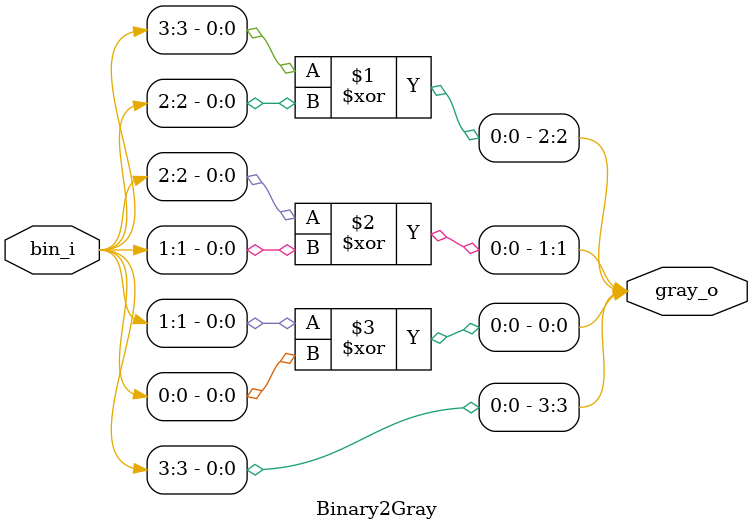
<source format=v>
`timescale 1ns / 1ps


module Binary2Gray #(
    parameter NUM_BITS=4
)(
    input [NUM_BITS-1:0]bin_i,
    output [NUM_BITS-1:0]gray_o
    );
    
    assign gray_o[NUM_BITS-1] = bin_i[NUM_BITS-1];
    genvar i;
    for(i = NUM_BITS-2; i>=0; i=i-1)
        assign gray_o[i]=bin_i[i+1] ^ bin_i[i];  
endmodule

</source>
